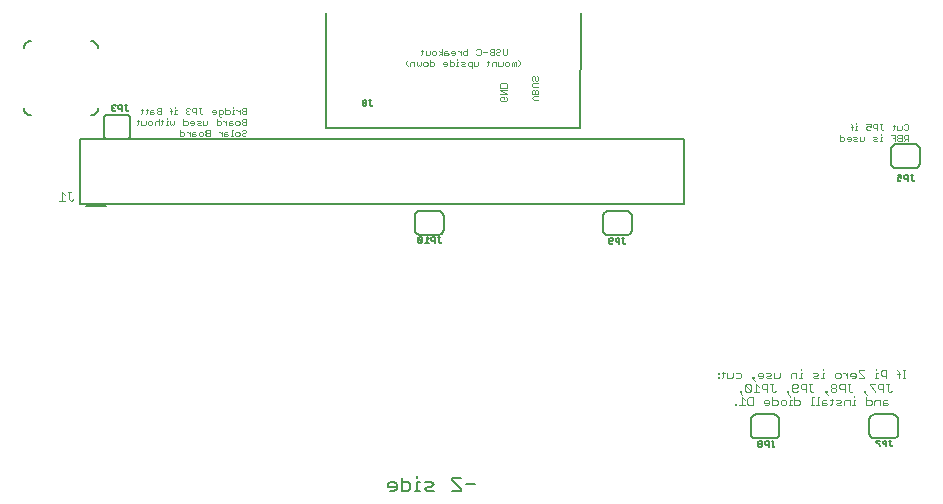
<source format=gbo>
G75*
%MOIN*%
%OFA0B0*%
%FSLAX25Y25*%
%IPPOS*%
%LPD*%
%AMOC8*
5,1,8,0,0,1.08239X$1,22.5*
%
%ADD10C,0.00600*%
%ADD11C,0.00300*%
%ADD12C,0.00800*%
%ADD13C,0.00500*%
%ADD14C,0.00400*%
D10*
X0173359Y0185638D02*
X0174827Y0185638D01*
X0175561Y0186372D01*
X0175561Y0187840D01*
X0174827Y0188573D01*
X0173359Y0188573D01*
X0172625Y0187840D01*
X0172625Y0187106D01*
X0175561Y0187106D01*
X0177229Y0188573D02*
X0179431Y0188573D01*
X0180165Y0187840D01*
X0180165Y0186372D01*
X0179431Y0185638D01*
X0177229Y0185638D01*
X0177229Y0190041D01*
X0182500Y0190041D02*
X0182500Y0190775D01*
X0182500Y0188573D02*
X0182500Y0185638D01*
X0183234Y0185638D02*
X0181766Y0185638D01*
X0182500Y0188573D02*
X0183234Y0188573D01*
X0184902Y0188573D02*
X0187104Y0188573D01*
X0187838Y0187840D01*
X0187104Y0187106D01*
X0185636Y0187106D01*
X0184902Y0186372D01*
X0185636Y0185638D01*
X0187838Y0185638D01*
X0194110Y0185638D02*
X0197046Y0185638D01*
X0197046Y0186372D01*
X0194110Y0189307D01*
X0194110Y0190041D01*
X0197046Y0190041D01*
X0198714Y0187840D02*
X0201650Y0187840D01*
X0085735Y0303128D02*
X0078935Y0303128D01*
X0078875Y0303130D01*
X0078814Y0303135D01*
X0078755Y0303144D01*
X0078696Y0303157D01*
X0078637Y0303173D01*
X0078580Y0303193D01*
X0078525Y0303216D01*
X0078470Y0303243D01*
X0078418Y0303272D01*
X0078367Y0303305D01*
X0078318Y0303341D01*
X0078272Y0303379D01*
X0078228Y0303421D01*
X0078186Y0303465D01*
X0078148Y0303511D01*
X0078112Y0303560D01*
X0078079Y0303611D01*
X0078050Y0303663D01*
X0078023Y0303718D01*
X0078000Y0303773D01*
X0077980Y0303830D01*
X0077964Y0303889D01*
X0077951Y0303948D01*
X0077942Y0304007D01*
X0077937Y0304068D01*
X0077935Y0304128D01*
X0077935Y0310128D01*
X0077937Y0310188D01*
X0077942Y0310249D01*
X0077951Y0310308D01*
X0077964Y0310367D01*
X0077980Y0310426D01*
X0078000Y0310483D01*
X0078023Y0310538D01*
X0078050Y0310593D01*
X0078079Y0310645D01*
X0078112Y0310696D01*
X0078148Y0310745D01*
X0078186Y0310791D01*
X0078228Y0310835D01*
X0078272Y0310877D01*
X0078318Y0310915D01*
X0078367Y0310951D01*
X0078418Y0310984D01*
X0078470Y0311013D01*
X0078525Y0311040D01*
X0078580Y0311063D01*
X0078637Y0311083D01*
X0078696Y0311099D01*
X0078755Y0311112D01*
X0078814Y0311121D01*
X0078875Y0311126D01*
X0078935Y0311128D01*
X0085735Y0311128D01*
X0085795Y0311126D01*
X0085856Y0311121D01*
X0085915Y0311112D01*
X0085974Y0311099D01*
X0086033Y0311083D01*
X0086090Y0311063D01*
X0086145Y0311040D01*
X0086200Y0311013D01*
X0086252Y0310984D01*
X0086303Y0310951D01*
X0086352Y0310915D01*
X0086398Y0310877D01*
X0086442Y0310835D01*
X0086484Y0310791D01*
X0086522Y0310745D01*
X0086558Y0310696D01*
X0086591Y0310645D01*
X0086620Y0310593D01*
X0086647Y0310538D01*
X0086670Y0310483D01*
X0086690Y0310426D01*
X0086706Y0310367D01*
X0086719Y0310308D01*
X0086728Y0310249D01*
X0086733Y0310188D01*
X0086735Y0310128D01*
X0086735Y0304128D01*
X0086733Y0304068D01*
X0086728Y0304007D01*
X0086719Y0303948D01*
X0086706Y0303889D01*
X0086690Y0303830D01*
X0086670Y0303773D01*
X0086647Y0303718D01*
X0086620Y0303663D01*
X0086591Y0303611D01*
X0086558Y0303560D01*
X0086522Y0303511D01*
X0086484Y0303465D01*
X0086442Y0303421D01*
X0086398Y0303379D01*
X0086352Y0303341D01*
X0086303Y0303305D01*
X0086252Y0303272D01*
X0086200Y0303243D01*
X0086145Y0303216D01*
X0086090Y0303193D01*
X0086033Y0303173D01*
X0085974Y0303157D01*
X0085915Y0303144D01*
X0085856Y0303135D01*
X0085795Y0303130D01*
X0085735Y0303128D01*
D11*
X0088958Y0307578D02*
X0089308Y0307928D01*
X0089308Y0309329D01*
X0089658Y0308979D02*
X0088958Y0308979D01*
X0090467Y0308979D02*
X0090467Y0307578D01*
X0091518Y0307578D01*
X0091868Y0307928D01*
X0091868Y0308979D01*
X0092677Y0308629D02*
X0093027Y0308979D01*
X0093728Y0308979D01*
X0094078Y0308629D01*
X0094078Y0307928D01*
X0093728Y0307578D01*
X0093027Y0307578D01*
X0092677Y0307928D01*
X0092677Y0308629D01*
X0094887Y0308629D02*
X0094887Y0307578D01*
X0094887Y0308629D02*
X0095237Y0308979D01*
X0095938Y0308979D01*
X0096288Y0308629D01*
X0097061Y0308979D02*
X0097761Y0308979D01*
X0097411Y0309329D02*
X0097411Y0307928D01*
X0097061Y0307578D01*
X0096288Y0307578D02*
X0096288Y0309679D01*
X0095974Y0311178D02*
X0097025Y0311178D01*
X0097025Y0313279D01*
X0095974Y0313279D01*
X0095623Y0312929D01*
X0095623Y0312579D01*
X0095974Y0312229D01*
X0097025Y0312229D01*
X0095974Y0312229D02*
X0095623Y0311878D01*
X0095623Y0311528D01*
X0095974Y0311178D01*
X0094815Y0311528D02*
X0094464Y0311878D01*
X0093414Y0311878D01*
X0093414Y0312229D02*
X0093414Y0311178D01*
X0094464Y0311178D01*
X0094815Y0311528D01*
X0094464Y0312579D02*
X0093764Y0312579D01*
X0093414Y0312229D01*
X0092605Y0312579D02*
X0091904Y0312579D01*
X0092255Y0312929D02*
X0092255Y0311528D01*
X0091904Y0311178D01*
X0090781Y0311528D02*
X0090431Y0311178D01*
X0090781Y0311528D02*
X0090781Y0312929D01*
X0090431Y0312579D02*
X0091132Y0312579D01*
X0098884Y0310030D02*
X0098884Y0309679D01*
X0098884Y0308979D02*
X0098884Y0307578D01*
X0099234Y0307578D02*
X0098534Y0307578D01*
X0098884Y0308979D02*
X0099234Y0308979D01*
X0100043Y0308979D02*
X0100043Y0307928D01*
X0100393Y0307578D01*
X0100744Y0307928D01*
X0101094Y0307578D01*
X0101444Y0307928D01*
X0101444Y0308979D01*
X0101480Y0311178D02*
X0102181Y0311178D01*
X0101831Y0311178D02*
X0101831Y0312579D01*
X0102181Y0312579D01*
X0101831Y0313279D02*
X0101831Y0313630D01*
X0100357Y0312929D02*
X0100357Y0311178D01*
X0100007Y0312229D02*
X0100708Y0312229D01*
X0100357Y0312929D02*
X0100007Y0313279D01*
X0104463Y0309679D02*
X0104463Y0307578D01*
X0105514Y0307578D01*
X0105864Y0307928D01*
X0105864Y0308629D01*
X0105514Y0308979D01*
X0104463Y0308979D01*
X0106673Y0308629D02*
X0106673Y0308278D01*
X0108074Y0308278D01*
X0108074Y0307928D02*
X0108074Y0308629D01*
X0107724Y0308979D01*
X0107023Y0308979D01*
X0106673Y0308629D01*
X0107023Y0307578D02*
X0107724Y0307578D01*
X0108074Y0307928D01*
X0108883Y0307928D02*
X0109233Y0307578D01*
X0110284Y0307578D01*
X0109934Y0308278D02*
X0110284Y0308629D01*
X0109934Y0308979D01*
X0108883Y0308979D01*
X0109233Y0308278D02*
X0109934Y0308278D01*
X0109233Y0308278D02*
X0108883Y0307928D01*
X0111093Y0307578D02*
X0111093Y0308979D01*
X0112494Y0308979D02*
X0112494Y0307928D01*
X0112143Y0307578D01*
X0111093Y0307578D01*
X0112180Y0306079D02*
X0111829Y0305729D01*
X0111829Y0305379D01*
X0112180Y0305029D01*
X0113230Y0305029D01*
X0113230Y0306079D02*
X0112180Y0306079D01*
X0113230Y0306079D02*
X0113230Y0303978D01*
X0112180Y0303978D01*
X0111829Y0304328D01*
X0111829Y0304678D01*
X0112180Y0305029D01*
X0111021Y0305029D02*
X0111021Y0304328D01*
X0110670Y0303978D01*
X0109970Y0303978D01*
X0109619Y0304328D01*
X0109619Y0305029D01*
X0109970Y0305379D01*
X0110670Y0305379D01*
X0111021Y0305029D01*
X0108811Y0304328D02*
X0108460Y0304678D01*
X0107409Y0304678D01*
X0107409Y0305029D02*
X0107409Y0303978D01*
X0108460Y0303978D01*
X0108811Y0304328D01*
X0108460Y0305379D02*
X0107760Y0305379D01*
X0107409Y0305029D01*
X0106601Y0305379D02*
X0106601Y0303978D01*
X0106601Y0304678D02*
X0105900Y0305379D01*
X0105550Y0305379D01*
X0104759Y0305029D02*
X0104409Y0305379D01*
X0103358Y0305379D01*
X0103358Y0306079D02*
X0103358Y0303978D01*
X0104409Y0303978D01*
X0104759Y0304328D01*
X0104759Y0305029D01*
X0105550Y0311178D02*
X0106250Y0311178D01*
X0106601Y0311528D01*
X0105900Y0312229D02*
X0105550Y0312229D01*
X0105200Y0311878D01*
X0105200Y0311528D01*
X0105550Y0311178D01*
X0105550Y0312229D02*
X0105200Y0312579D01*
X0105200Y0312929D01*
X0105550Y0313279D01*
X0106250Y0313279D01*
X0106601Y0312929D01*
X0107409Y0312929D02*
X0107409Y0312229D01*
X0107760Y0311878D01*
X0108811Y0311878D01*
X0108811Y0311178D02*
X0108811Y0313279D01*
X0107760Y0313279D01*
X0107409Y0312929D01*
X0109619Y0313279D02*
X0110320Y0313279D01*
X0109970Y0313279D02*
X0109970Y0311528D01*
X0110320Y0311178D01*
X0110670Y0311178D01*
X0111021Y0311528D01*
X0114039Y0311878D02*
X0115440Y0311878D01*
X0115440Y0311528D02*
X0115440Y0312229D01*
X0115090Y0312579D01*
X0114389Y0312579D01*
X0114039Y0312229D01*
X0114039Y0311878D01*
X0114389Y0311178D02*
X0115090Y0311178D01*
X0115440Y0311528D01*
X0116249Y0311178D02*
X0117300Y0311178D01*
X0117650Y0311528D01*
X0117650Y0312229D01*
X0117300Y0312579D01*
X0116249Y0312579D01*
X0116249Y0310827D01*
X0116599Y0310477D01*
X0116950Y0310477D01*
X0116563Y0308979D02*
X0115512Y0308979D01*
X0115512Y0309679D02*
X0115512Y0307578D01*
X0116563Y0307578D01*
X0116914Y0307928D01*
X0116914Y0308629D01*
X0116563Y0308979D01*
X0117704Y0308979D02*
X0118055Y0308979D01*
X0118755Y0308278D01*
X0118755Y0307578D02*
X0118755Y0308979D01*
X0119564Y0308629D02*
X0119564Y0307578D01*
X0120615Y0307578D01*
X0120965Y0307928D01*
X0120615Y0308278D01*
X0119564Y0308278D01*
X0119564Y0308629D02*
X0119914Y0308979D01*
X0120615Y0308979D01*
X0121774Y0308629D02*
X0122124Y0308979D01*
X0122825Y0308979D01*
X0123175Y0308629D01*
X0123175Y0307928D01*
X0122825Y0307578D01*
X0122124Y0307578D01*
X0121774Y0307928D01*
X0121774Y0308629D01*
X0123984Y0308979D02*
X0124334Y0308629D01*
X0125385Y0308629D01*
X0125385Y0309679D02*
X0124334Y0309679D01*
X0123984Y0309329D01*
X0123984Y0308979D01*
X0124334Y0308629D02*
X0123984Y0308278D01*
X0123984Y0307928D01*
X0124334Y0307578D01*
X0125385Y0307578D01*
X0125385Y0309679D01*
X0125385Y0311178D02*
X0124334Y0311178D01*
X0123984Y0311528D01*
X0123984Y0311878D01*
X0124334Y0312229D01*
X0125385Y0312229D01*
X0125385Y0313279D02*
X0124334Y0313279D01*
X0123984Y0312929D01*
X0123984Y0312579D01*
X0124334Y0312229D01*
X0123175Y0312579D02*
X0123175Y0311178D01*
X0123175Y0311878D02*
X0122474Y0312579D01*
X0122124Y0312579D01*
X0121333Y0312579D02*
X0120983Y0312579D01*
X0120983Y0311178D01*
X0121333Y0311178D02*
X0120633Y0311178D01*
X0119860Y0311528D02*
X0119860Y0312229D01*
X0119510Y0312579D01*
X0118459Y0312579D01*
X0118459Y0313279D02*
X0118459Y0311178D01*
X0119510Y0311178D01*
X0119860Y0311528D01*
X0120983Y0313279D02*
X0120983Y0313630D01*
X0125385Y0313279D02*
X0125385Y0311178D01*
X0125034Y0306079D02*
X0125385Y0305729D01*
X0125385Y0305379D01*
X0125034Y0305029D01*
X0124334Y0305029D01*
X0123984Y0304678D01*
X0123984Y0304328D01*
X0124334Y0303978D01*
X0125034Y0303978D01*
X0125385Y0304328D01*
X0125034Y0306079D02*
X0124334Y0306079D01*
X0123984Y0305729D01*
X0123175Y0305029D02*
X0123175Y0304328D01*
X0122825Y0303978D01*
X0122124Y0303978D01*
X0121774Y0304328D01*
X0121774Y0305029D01*
X0122124Y0305379D01*
X0122825Y0305379D01*
X0123175Y0305029D01*
X0120965Y0306079D02*
X0120615Y0306079D01*
X0120615Y0303978D01*
X0120965Y0303978D02*
X0120264Y0303978D01*
X0119492Y0304328D02*
X0119141Y0304678D01*
X0118091Y0304678D01*
X0118091Y0305029D02*
X0118091Y0303978D01*
X0119141Y0303978D01*
X0119492Y0304328D01*
X0119141Y0305379D02*
X0118441Y0305379D01*
X0118091Y0305029D01*
X0117282Y0305379D02*
X0117282Y0303978D01*
X0117282Y0304678D02*
X0116581Y0305379D01*
X0116231Y0305379D01*
X0178516Y0327978D02*
X0178516Y0328679D01*
X0179217Y0329379D01*
X0180025Y0328329D02*
X0180025Y0327278D01*
X0179217Y0327278D02*
X0178516Y0327978D01*
X0180025Y0328329D02*
X0180376Y0328679D01*
X0181427Y0328679D01*
X0181427Y0327278D01*
X0182235Y0327628D02*
X0182235Y0328679D01*
X0182235Y0327628D02*
X0182586Y0327278D01*
X0182936Y0327628D01*
X0183286Y0327278D01*
X0183637Y0327628D01*
X0183637Y0328679D01*
X0184445Y0328329D02*
X0184796Y0328679D01*
X0185496Y0328679D01*
X0185846Y0328329D01*
X0185846Y0327628D01*
X0185496Y0327278D01*
X0184796Y0327278D01*
X0184445Y0327628D01*
X0184445Y0328329D01*
X0186655Y0328679D02*
X0187706Y0328679D01*
X0188056Y0328329D01*
X0188056Y0327628D01*
X0187706Y0327278D01*
X0186655Y0327278D01*
X0186655Y0329379D01*
X0186233Y0330878D02*
X0185182Y0330878D01*
X0185182Y0332279D01*
X0184373Y0332279D02*
X0183673Y0332279D01*
X0184023Y0332629D02*
X0184023Y0331228D01*
X0183673Y0330878D01*
X0186233Y0330878D02*
X0186583Y0331228D01*
X0186583Y0332279D01*
X0187392Y0331929D02*
X0187742Y0332279D01*
X0188443Y0332279D01*
X0188793Y0331929D01*
X0188793Y0331228D01*
X0188443Y0330878D01*
X0187742Y0330878D01*
X0187392Y0331228D01*
X0187392Y0331929D01*
X0189584Y0332279D02*
X0190634Y0331578D01*
X0189584Y0330878D01*
X0190634Y0330878D02*
X0190634Y0332979D01*
X0191443Y0331929D02*
X0191443Y0330878D01*
X0192494Y0330878D01*
X0192844Y0331228D01*
X0192494Y0331578D01*
X0191443Y0331578D01*
X0191443Y0331929D02*
X0191793Y0332279D01*
X0192494Y0332279D01*
X0193653Y0331929D02*
X0193653Y0331578D01*
X0195054Y0331578D01*
X0195054Y0331228D02*
X0195054Y0331929D01*
X0194704Y0332279D01*
X0194003Y0332279D01*
X0193653Y0331929D01*
X0194003Y0330878D02*
X0194704Y0330878D01*
X0195054Y0331228D01*
X0195845Y0332279D02*
X0196195Y0332279D01*
X0196896Y0331578D01*
X0196896Y0330878D02*
X0196896Y0332279D01*
X0197705Y0331929D02*
X0198055Y0332279D01*
X0199106Y0332279D01*
X0199106Y0332979D02*
X0199106Y0330878D01*
X0198055Y0330878D01*
X0197705Y0331228D01*
X0197705Y0331929D01*
X0195809Y0329730D02*
X0195809Y0329379D01*
X0195809Y0328679D02*
X0195809Y0327278D01*
X0196159Y0327278D02*
X0195459Y0327278D01*
X0194686Y0327628D02*
X0194686Y0328329D01*
X0194336Y0328679D01*
X0193285Y0328679D01*
X0193285Y0329379D02*
X0193285Y0327278D01*
X0194336Y0327278D01*
X0194686Y0327628D01*
X0195809Y0328679D02*
X0196159Y0328679D01*
X0196968Y0328679D02*
X0198019Y0328679D01*
X0198369Y0328329D01*
X0198019Y0327978D01*
X0197318Y0327978D01*
X0196968Y0327628D01*
X0197318Y0327278D01*
X0198369Y0327278D01*
X0199178Y0327628D02*
X0199528Y0327278D01*
X0200579Y0327278D01*
X0200579Y0326577D02*
X0200579Y0328679D01*
X0199528Y0328679D01*
X0199178Y0328329D01*
X0199178Y0327628D01*
X0201388Y0327278D02*
X0201388Y0328679D01*
X0202789Y0328679D02*
X0202789Y0327628D01*
X0202439Y0327278D01*
X0201388Y0327278D01*
X0202475Y0330878D02*
X0202124Y0331228D01*
X0202475Y0330878D02*
X0203175Y0330878D01*
X0203525Y0331228D01*
X0203525Y0332629D01*
X0203175Y0332979D01*
X0202475Y0332979D01*
X0202124Y0332629D01*
X0204334Y0331929D02*
X0205735Y0331929D01*
X0206544Y0332279D02*
X0206894Y0331929D01*
X0207945Y0331929D01*
X0208754Y0331578D02*
X0208754Y0331228D01*
X0209104Y0330878D01*
X0209805Y0330878D01*
X0210155Y0331228D01*
X0209805Y0331929D02*
X0209104Y0331929D01*
X0208754Y0331578D01*
X0208754Y0332629D02*
X0209104Y0332979D01*
X0209805Y0332979D01*
X0210155Y0332629D01*
X0210155Y0332279D01*
X0209805Y0331929D01*
X0210964Y0331228D02*
X0210964Y0332979D01*
X0212365Y0332979D02*
X0212365Y0331228D01*
X0212015Y0330878D01*
X0211314Y0330878D01*
X0210964Y0331228D01*
X0210892Y0328679D02*
X0210892Y0327628D01*
X0210541Y0327278D01*
X0209491Y0327278D01*
X0209491Y0328679D01*
X0208682Y0328679D02*
X0207631Y0328679D01*
X0207281Y0328329D01*
X0207281Y0327278D01*
X0206122Y0327628D02*
X0205771Y0327278D01*
X0206122Y0327628D02*
X0206122Y0329029D01*
X0206472Y0328679D02*
X0205771Y0328679D01*
X0206894Y0330878D02*
X0207945Y0330878D01*
X0207945Y0332979D01*
X0206894Y0332979D01*
X0206544Y0332629D01*
X0206544Y0332279D01*
X0206894Y0331929D02*
X0206544Y0331578D01*
X0206544Y0331228D01*
X0206894Y0330878D01*
X0208682Y0328679D02*
X0208682Y0327278D01*
X0211700Y0327628D02*
X0211700Y0328329D01*
X0212051Y0328679D01*
X0212751Y0328679D01*
X0213102Y0328329D01*
X0213102Y0327628D01*
X0212751Y0327278D01*
X0212051Y0327278D01*
X0211700Y0327628D01*
X0213910Y0327278D02*
X0213910Y0328329D01*
X0214261Y0328679D01*
X0214611Y0328329D01*
X0214611Y0327278D01*
X0215311Y0327278D02*
X0215311Y0328679D01*
X0214961Y0328679D01*
X0214611Y0328329D01*
X0216084Y0329379D02*
X0216785Y0328679D01*
X0216785Y0327978D01*
X0216084Y0327278D01*
X0220725Y0323523D02*
X0220725Y0322823D01*
X0221075Y0322472D01*
X0221776Y0322823D02*
X0221776Y0323523D01*
X0221425Y0323873D01*
X0221075Y0323873D01*
X0220725Y0323523D01*
X0221776Y0322823D02*
X0222126Y0322472D01*
X0222476Y0322472D01*
X0222827Y0322823D01*
X0222827Y0323523D01*
X0222476Y0323873D01*
X0222827Y0321664D02*
X0221075Y0321664D01*
X0220725Y0321313D01*
X0220725Y0320613D01*
X0221075Y0320262D01*
X0222827Y0320262D01*
X0222476Y0319454D02*
X0222126Y0319454D01*
X0221776Y0319103D01*
X0221776Y0318053D01*
X0221425Y0317244D02*
X0222827Y0317244D01*
X0222827Y0318053D02*
X0222827Y0319103D01*
X0222476Y0319454D01*
X0221776Y0319103D02*
X0221425Y0319454D01*
X0221075Y0319454D01*
X0220725Y0319103D01*
X0220725Y0318053D01*
X0222827Y0318053D01*
X0221425Y0317244D02*
X0220725Y0316543D01*
X0221425Y0315843D01*
X0222827Y0315843D01*
X0212227Y0316093D02*
X0211876Y0315743D01*
X0210475Y0315743D01*
X0210125Y0316093D01*
X0210125Y0316794D01*
X0210475Y0317144D01*
X0211176Y0317144D01*
X0211176Y0316443D01*
X0211876Y0317144D02*
X0212227Y0316794D01*
X0212227Y0316093D01*
X0212227Y0317953D02*
X0210125Y0319354D01*
X0212227Y0319354D01*
X0212227Y0320162D02*
X0212227Y0321213D01*
X0211876Y0321564D01*
X0210475Y0321564D01*
X0210125Y0321213D01*
X0210125Y0320162D01*
X0212227Y0320162D01*
X0212227Y0317953D02*
X0210125Y0317953D01*
X0192476Y0327628D02*
X0192476Y0328329D01*
X0192126Y0328679D01*
X0191425Y0328679D01*
X0191075Y0328329D01*
X0191075Y0327978D01*
X0192476Y0327978D01*
X0192476Y0327628D02*
X0192126Y0327278D01*
X0191425Y0327278D01*
X0282549Y0224979D02*
X0282549Y0224529D01*
X0282999Y0224529D01*
X0282999Y0224979D01*
X0282549Y0224979D01*
X0282549Y0223628D02*
X0282549Y0223178D01*
X0282999Y0223178D01*
X0282999Y0223628D01*
X0282549Y0223628D01*
X0283940Y0223178D02*
X0284390Y0223628D01*
X0284390Y0225430D01*
X0284841Y0224979D02*
X0283940Y0224979D01*
X0285801Y0224979D02*
X0285801Y0223178D01*
X0287152Y0223178D01*
X0287603Y0223628D01*
X0287603Y0224979D01*
X0288564Y0224979D02*
X0289915Y0224979D01*
X0290365Y0224529D01*
X0290365Y0223628D01*
X0289915Y0223178D01*
X0288564Y0223178D01*
X0291786Y0220930D02*
X0293588Y0219128D01*
X0293138Y0218678D01*
X0292237Y0218678D01*
X0291786Y0219128D01*
X0291786Y0220930D01*
X0292237Y0221380D01*
X0293138Y0221380D01*
X0293588Y0220930D01*
X0293588Y0219128D01*
X0294549Y0218678D02*
X0296350Y0218678D01*
X0295450Y0218678D02*
X0295450Y0221380D01*
X0296350Y0220479D01*
X0297311Y0220029D02*
X0297762Y0219578D01*
X0299113Y0219578D01*
X0299113Y0218678D02*
X0299113Y0221380D01*
X0297762Y0221380D01*
X0297311Y0220930D01*
X0297311Y0220029D01*
X0300073Y0221380D02*
X0300974Y0221380D01*
X0300524Y0221380D02*
X0300524Y0219128D01*
X0300974Y0218678D01*
X0301425Y0218678D01*
X0301875Y0219128D01*
X0300764Y0216880D02*
X0300764Y0214178D01*
X0302115Y0214178D01*
X0302566Y0214628D01*
X0302566Y0215529D01*
X0302115Y0215979D01*
X0300764Y0215979D01*
X0299803Y0215529D02*
X0299803Y0214628D01*
X0299353Y0214178D01*
X0298452Y0214178D01*
X0298002Y0215078D02*
X0299803Y0215078D01*
X0299803Y0215529D02*
X0299353Y0215979D01*
X0298452Y0215979D01*
X0298002Y0215529D01*
X0298002Y0215078D01*
X0294279Y0214178D02*
X0294279Y0216880D01*
X0292927Y0216880D01*
X0292477Y0216430D01*
X0292477Y0214628D01*
X0292927Y0214178D01*
X0294279Y0214178D01*
X0291516Y0214178D02*
X0289715Y0214178D01*
X0290615Y0214178D02*
X0290615Y0216880D01*
X0291516Y0215979D01*
X0290826Y0217777D02*
X0289925Y0218678D01*
X0290375Y0218678D01*
X0290375Y0219128D01*
X0289925Y0219128D01*
X0289925Y0218678D01*
X0288754Y0214628D02*
X0288303Y0214628D01*
X0288303Y0214178D01*
X0288754Y0214178D01*
X0288754Y0214628D01*
X0294969Y0222277D02*
X0294068Y0223178D01*
X0294519Y0223178D01*
X0294519Y0223628D01*
X0294068Y0223628D01*
X0294068Y0223178D01*
X0295930Y0224078D02*
X0297731Y0224078D01*
X0297731Y0223628D02*
X0297731Y0224529D01*
X0297281Y0224979D01*
X0296380Y0224979D01*
X0295930Y0224529D01*
X0295930Y0224078D01*
X0296380Y0223178D02*
X0297281Y0223178D01*
X0297731Y0223628D01*
X0298692Y0223628D02*
X0299143Y0224078D01*
X0300043Y0224078D01*
X0300494Y0224529D01*
X0300043Y0224979D01*
X0298692Y0224979D01*
X0298692Y0223628D02*
X0299143Y0223178D01*
X0300494Y0223178D01*
X0301455Y0223178D02*
X0301455Y0224979D01*
X0303256Y0224979D02*
X0303256Y0223628D01*
X0302806Y0223178D01*
X0301455Y0223178D01*
X0306979Y0223178D02*
X0306979Y0224529D01*
X0307430Y0224979D01*
X0308781Y0224979D01*
X0308781Y0223178D01*
X0309722Y0223178D02*
X0310622Y0223178D01*
X0310172Y0223178D02*
X0310172Y0224979D01*
X0310622Y0224979D01*
X0310172Y0225880D02*
X0310172Y0226330D01*
X0314346Y0224979D02*
X0315697Y0224979D01*
X0316147Y0224529D01*
X0315697Y0224078D01*
X0314796Y0224078D01*
X0314346Y0223628D01*
X0314796Y0223178D01*
X0316147Y0223178D01*
X0317088Y0223178D02*
X0317989Y0223178D01*
X0317538Y0223178D02*
X0317538Y0224979D01*
X0317989Y0224979D01*
X0317538Y0225880D02*
X0317538Y0226330D01*
X0321712Y0224529D02*
X0322162Y0224979D01*
X0323063Y0224979D01*
X0323513Y0224529D01*
X0323513Y0223628D01*
X0323063Y0223178D01*
X0322162Y0223178D01*
X0321712Y0223628D01*
X0321712Y0224529D01*
X0324464Y0224979D02*
X0324915Y0224979D01*
X0325815Y0224078D01*
X0325815Y0223178D02*
X0325815Y0224979D01*
X0326776Y0224529D02*
X0326776Y0224078D01*
X0328578Y0224078D01*
X0328578Y0223628D02*
X0328578Y0224529D01*
X0328127Y0224979D01*
X0327227Y0224979D01*
X0326776Y0224529D01*
X0327227Y0223178D02*
X0328127Y0223178D01*
X0328578Y0223628D01*
X0329539Y0223178D02*
X0331340Y0223178D01*
X0331340Y0223628D01*
X0329539Y0225430D01*
X0329539Y0225880D01*
X0331340Y0225880D01*
X0335494Y0225880D02*
X0335494Y0226330D01*
X0335494Y0224979D02*
X0335494Y0223178D01*
X0335944Y0223178D02*
X0335043Y0223178D01*
X0335023Y0221380D02*
X0333222Y0221380D01*
X0333222Y0220930D01*
X0335023Y0219128D01*
X0335023Y0218678D01*
X0335984Y0220029D02*
X0336434Y0219578D01*
X0337786Y0219578D01*
X0337786Y0218678D02*
X0337786Y0221380D01*
X0336434Y0221380D01*
X0335984Y0220930D01*
X0335984Y0220029D01*
X0338746Y0221380D02*
X0339647Y0221380D01*
X0339197Y0221380D02*
X0339197Y0219128D01*
X0339647Y0218678D01*
X0340098Y0218678D01*
X0340548Y0219128D01*
X0338947Y0215979D02*
X0338046Y0215979D01*
X0337595Y0215529D01*
X0337595Y0214178D01*
X0338947Y0214178D01*
X0339397Y0214628D01*
X0338947Y0215078D01*
X0337595Y0215078D01*
X0336635Y0214178D02*
X0336635Y0215979D01*
X0335283Y0215979D01*
X0334833Y0215529D01*
X0334833Y0214178D01*
X0333872Y0214628D02*
X0333872Y0215529D01*
X0333422Y0215979D01*
X0332071Y0215979D01*
X0332071Y0216880D02*
X0332071Y0214178D01*
X0333422Y0214178D01*
X0333872Y0214628D01*
X0332261Y0217777D02*
X0331360Y0218678D01*
X0331811Y0218678D01*
X0331811Y0219128D01*
X0331360Y0219128D01*
X0331360Y0218678D01*
X0327897Y0217330D02*
X0327897Y0216880D01*
X0327897Y0215979D02*
X0327897Y0214178D01*
X0327447Y0214178D02*
X0328348Y0214178D01*
X0328348Y0215979D02*
X0327897Y0215979D01*
X0326506Y0215979D02*
X0325155Y0215979D01*
X0324704Y0215529D01*
X0324704Y0214178D01*
X0323744Y0214178D02*
X0322392Y0214178D01*
X0321942Y0214628D01*
X0322392Y0215078D01*
X0323293Y0215078D01*
X0323744Y0215529D01*
X0323293Y0215979D01*
X0321942Y0215979D01*
X0320981Y0215979D02*
X0320081Y0215979D01*
X0320531Y0216430D02*
X0320531Y0214628D01*
X0320081Y0214178D01*
X0319140Y0214628D02*
X0318689Y0215078D01*
X0317338Y0215078D01*
X0317338Y0215529D02*
X0317338Y0214178D01*
X0318689Y0214178D01*
X0319140Y0214628D01*
X0318689Y0215979D02*
X0317789Y0215979D01*
X0317338Y0215529D01*
X0316377Y0216880D02*
X0315927Y0216880D01*
X0315927Y0214178D01*
X0316377Y0214178D02*
X0315477Y0214178D01*
X0314536Y0214178D02*
X0313635Y0214178D01*
X0314085Y0214178D02*
X0314085Y0216880D01*
X0314536Y0216880D01*
X0314316Y0218678D02*
X0313865Y0218678D01*
X0313415Y0219128D01*
X0313415Y0221380D01*
X0313865Y0221380D02*
X0312964Y0221380D01*
X0312004Y0221380D02*
X0310652Y0221380D01*
X0310202Y0220930D01*
X0310202Y0220029D01*
X0310652Y0219578D01*
X0312004Y0219578D01*
X0312004Y0218678D02*
X0312004Y0221380D01*
X0309241Y0220930D02*
X0309241Y0220479D01*
X0308791Y0220029D01*
X0307440Y0220029D01*
X0307440Y0220930D02*
X0307890Y0221380D01*
X0308791Y0221380D01*
X0309241Y0220930D01*
X0307440Y0220930D02*
X0307440Y0219128D01*
X0307890Y0218678D01*
X0308791Y0218678D01*
X0309241Y0219128D01*
X0308130Y0216880D02*
X0308130Y0214178D01*
X0309481Y0214178D01*
X0309932Y0214628D01*
X0309932Y0215529D01*
X0309481Y0215979D01*
X0308130Y0215979D01*
X0307170Y0215979D02*
X0306719Y0215979D01*
X0306719Y0214178D01*
X0306269Y0214178D02*
X0307170Y0214178D01*
X0305328Y0214628D02*
X0304878Y0214178D01*
X0303977Y0214178D01*
X0303526Y0214628D01*
X0303526Y0215529D01*
X0303977Y0215979D01*
X0304878Y0215979D01*
X0305328Y0215529D01*
X0305328Y0214628D01*
X0306719Y0216880D02*
X0306719Y0217330D01*
X0306479Y0217777D02*
X0305578Y0218678D01*
X0306029Y0218678D01*
X0306029Y0219128D01*
X0305578Y0219128D01*
X0305578Y0218678D01*
X0314316Y0218678D02*
X0314766Y0219128D01*
X0318469Y0219128D02*
X0318920Y0219128D01*
X0318920Y0218678D01*
X0318469Y0218678D01*
X0318469Y0219128D01*
X0318469Y0218678D02*
X0319370Y0217777D01*
X0320331Y0219128D02*
X0320781Y0218678D01*
X0321682Y0218678D01*
X0322132Y0219128D01*
X0322132Y0219578D01*
X0321682Y0220029D01*
X0320781Y0220029D01*
X0320331Y0219578D01*
X0320331Y0219128D01*
X0320781Y0220029D02*
X0320331Y0220479D01*
X0320331Y0220930D01*
X0320781Y0221380D01*
X0321682Y0221380D01*
X0322132Y0220930D01*
X0322132Y0220479D01*
X0321682Y0220029D01*
X0323093Y0220029D02*
X0323543Y0219578D01*
X0324895Y0219578D01*
X0324895Y0218678D02*
X0324895Y0221380D01*
X0323543Y0221380D01*
X0323093Y0220930D01*
X0323093Y0220029D01*
X0325855Y0221380D02*
X0326756Y0221380D01*
X0326306Y0221380D02*
X0326306Y0219128D01*
X0326756Y0218678D01*
X0327207Y0218678D01*
X0327657Y0219128D01*
X0326506Y0215979D02*
X0326506Y0214178D01*
X0335494Y0224979D02*
X0335944Y0224979D01*
X0336905Y0224529D02*
X0337355Y0224078D01*
X0338706Y0224078D01*
X0338706Y0223178D02*
X0338706Y0225880D01*
X0337355Y0225880D01*
X0336905Y0225430D01*
X0336905Y0224529D01*
X0342410Y0224529D02*
X0343310Y0224529D01*
X0342860Y0225430D02*
X0342410Y0225880D01*
X0342860Y0225430D02*
X0342860Y0223178D01*
X0344251Y0223178D02*
X0345152Y0223178D01*
X0344702Y0223178D02*
X0344702Y0225880D01*
X0345152Y0225880D02*
X0344251Y0225880D01*
X0343875Y0302378D02*
X0342824Y0302378D01*
X0342474Y0302728D01*
X0342474Y0303078D01*
X0342824Y0303429D01*
X0343875Y0303429D01*
X0344684Y0303429D02*
X0345034Y0303078D01*
X0346085Y0303078D01*
X0346085Y0302378D02*
X0346085Y0304479D01*
X0345034Y0304479D01*
X0344684Y0304129D01*
X0344684Y0303429D01*
X0345384Y0303078D02*
X0344684Y0302378D01*
X0343875Y0302378D02*
X0343875Y0304479D01*
X0342824Y0304479D01*
X0342474Y0304129D01*
X0342474Y0303779D01*
X0342824Y0303429D01*
X0341665Y0303429D02*
X0340964Y0303429D01*
X0340264Y0304479D02*
X0341665Y0304479D01*
X0341665Y0302378D01*
X0340964Y0305978D02*
X0341315Y0306328D01*
X0341315Y0307729D01*
X0341665Y0307379D02*
X0340964Y0307379D01*
X0342474Y0307379D02*
X0342474Y0305978D01*
X0343525Y0305978D01*
X0343875Y0306328D01*
X0343875Y0307379D01*
X0344684Y0307729D02*
X0345034Y0308079D01*
X0345734Y0308079D01*
X0346085Y0307729D01*
X0346085Y0306328D01*
X0345734Y0305978D01*
X0345034Y0305978D01*
X0344684Y0306328D01*
X0337982Y0306328D02*
X0337632Y0305978D01*
X0337281Y0305978D01*
X0336931Y0306328D01*
X0336931Y0308079D01*
X0337281Y0308079D02*
X0336581Y0308079D01*
X0335772Y0308079D02*
X0334721Y0308079D01*
X0334371Y0307729D01*
X0334371Y0307029D01*
X0334721Y0306678D01*
X0335772Y0306678D01*
X0335772Y0305978D02*
X0335772Y0308079D01*
X0333562Y0308079D02*
X0333562Y0307029D01*
X0332862Y0307379D01*
X0332511Y0307379D01*
X0332161Y0307029D01*
X0332161Y0306328D01*
X0332511Y0305978D01*
X0333212Y0305978D01*
X0333562Y0306328D01*
X0333562Y0308079D02*
X0332161Y0308079D01*
X0329142Y0307379D02*
X0328792Y0307379D01*
X0328792Y0305978D01*
X0329142Y0305978D02*
X0328442Y0305978D01*
X0327319Y0305978D02*
X0327319Y0307729D01*
X0326968Y0308079D01*
X0326968Y0307029D02*
X0327669Y0307029D01*
X0328792Y0308079D02*
X0328792Y0308430D01*
X0323321Y0304479D02*
X0323321Y0302378D01*
X0324372Y0302378D01*
X0324723Y0302728D01*
X0324723Y0303429D01*
X0324372Y0303779D01*
X0323321Y0303779D01*
X0325531Y0303429D02*
X0325531Y0303078D01*
X0326932Y0303078D01*
X0326932Y0302728D02*
X0326932Y0303429D01*
X0326582Y0303779D01*
X0325882Y0303779D01*
X0325531Y0303429D01*
X0325882Y0302378D02*
X0326582Y0302378D01*
X0326932Y0302728D01*
X0327741Y0302728D02*
X0328091Y0303078D01*
X0328792Y0303078D01*
X0329142Y0303429D01*
X0328792Y0303779D01*
X0327741Y0303779D01*
X0327741Y0302728D02*
X0328091Y0302378D01*
X0329142Y0302378D01*
X0329951Y0302378D02*
X0329951Y0303779D01*
X0331352Y0303779D02*
X0331352Y0302728D01*
X0331002Y0302378D01*
X0329951Y0302378D01*
X0334371Y0302728D02*
X0334721Y0303078D01*
X0335422Y0303078D01*
X0335772Y0303429D01*
X0335422Y0303779D01*
X0334371Y0303779D01*
X0334371Y0302728D02*
X0334721Y0302378D01*
X0335772Y0302378D01*
X0336545Y0302378D02*
X0337245Y0302378D01*
X0336895Y0302378D02*
X0336895Y0303779D01*
X0337245Y0303779D01*
X0336895Y0304479D02*
X0336895Y0304830D01*
D12*
X0342135Y0301328D02*
X0348135Y0301328D01*
X0348218Y0301326D01*
X0348301Y0301320D01*
X0348384Y0301311D01*
X0348466Y0301297D01*
X0348547Y0301280D01*
X0348628Y0301259D01*
X0348707Y0301235D01*
X0348785Y0301206D01*
X0348862Y0301175D01*
X0348937Y0301139D01*
X0349011Y0301101D01*
X0349083Y0301058D01*
X0349152Y0301013D01*
X0349220Y0300964D01*
X0349285Y0300913D01*
X0349348Y0300858D01*
X0349408Y0300801D01*
X0349465Y0300741D01*
X0349520Y0300678D01*
X0349571Y0300613D01*
X0349620Y0300545D01*
X0349665Y0300476D01*
X0349708Y0300404D01*
X0349746Y0300330D01*
X0349782Y0300255D01*
X0349813Y0300178D01*
X0349842Y0300100D01*
X0349866Y0300021D01*
X0349887Y0299940D01*
X0349904Y0299859D01*
X0349918Y0299777D01*
X0349927Y0299694D01*
X0349933Y0299611D01*
X0349935Y0299528D01*
X0349935Y0295128D01*
X0349933Y0295045D01*
X0349927Y0294962D01*
X0349918Y0294879D01*
X0349904Y0294797D01*
X0349887Y0294716D01*
X0349866Y0294635D01*
X0349842Y0294556D01*
X0349813Y0294478D01*
X0349782Y0294401D01*
X0349746Y0294326D01*
X0349708Y0294252D01*
X0349665Y0294180D01*
X0349620Y0294111D01*
X0349571Y0294043D01*
X0349520Y0293978D01*
X0349465Y0293915D01*
X0349408Y0293855D01*
X0349348Y0293798D01*
X0349285Y0293743D01*
X0349220Y0293692D01*
X0349152Y0293643D01*
X0349083Y0293598D01*
X0349011Y0293555D01*
X0348937Y0293517D01*
X0348862Y0293481D01*
X0348785Y0293450D01*
X0348707Y0293421D01*
X0348628Y0293397D01*
X0348547Y0293376D01*
X0348466Y0293359D01*
X0348384Y0293345D01*
X0348301Y0293336D01*
X0348218Y0293330D01*
X0348135Y0293328D01*
X0342135Y0293328D01*
X0342052Y0293330D01*
X0341969Y0293336D01*
X0341886Y0293345D01*
X0341804Y0293359D01*
X0341723Y0293376D01*
X0341642Y0293397D01*
X0341563Y0293421D01*
X0341485Y0293450D01*
X0341408Y0293481D01*
X0341333Y0293517D01*
X0341259Y0293555D01*
X0341187Y0293598D01*
X0341118Y0293643D01*
X0341050Y0293692D01*
X0340985Y0293743D01*
X0340922Y0293798D01*
X0340862Y0293855D01*
X0340805Y0293915D01*
X0340750Y0293978D01*
X0340699Y0294043D01*
X0340650Y0294111D01*
X0340605Y0294180D01*
X0340562Y0294252D01*
X0340524Y0294326D01*
X0340488Y0294401D01*
X0340457Y0294478D01*
X0340428Y0294556D01*
X0340404Y0294635D01*
X0340383Y0294716D01*
X0340366Y0294797D01*
X0340352Y0294879D01*
X0340343Y0294962D01*
X0340337Y0295045D01*
X0340335Y0295128D01*
X0340335Y0299528D01*
X0340337Y0299611D01*
X0340343Y0299694D01*
X0340352Y0299777D01*
X0340366Y0299859D01*
X0340383Y0299940D01*
X0340404Y0300021D01*
X0340428Y0300100D01*
X0340457Y0300178D01*
X0340488Y0300255D01*
X0340524Y0300330D01*
X0340562Y0300404D01*
X0340605Y0300476D01*
X0340650Y0300545D01*
X0340699Y0300613D01*
X0340750Y0300678D01*
X0340805Y0300741D01*
X0340862Y0300801D01*
X0340922Y0300858D01*
X0340985Y0300913D01*
X0341050Y0300964D01*
X0341118Y0301013D01*
X0341187Y0301058D01*
X0341259Y0301101D01*
X0341333Y0301139D01*
X0341408Y0301175D01*
X0341485Y0301206D01*
X0341563Y0301235D01*
X0341642Y0301259D01*
X0341723Y0301280D01*
X0341804Y0301297D01*
X0341886Y0301311D01*
X0341969Y0301320D01*
X0342052Y0301326D01*
X0342135Y0301328D01*
X0340935Y0211228D02*
X0334935Y0211228D01*
X0334852Y0211226D01*
X0334769Y0211220D01*
X0334686Y0211211D01*
X0334604Y0211197D01*
X0334523Y0211180D01*
X0334442Y0211159D01*
X0334363Y0211135D01*
X0334285Y0211106D01*
X0334208Y0211075D01*
X0334133Y0211039D01*
X0334059Y0211001D01*
X0333987Y0210958D01*
X0333918Y0210913D01*
X0333850Y0210864D01*
X0333785Y0210813D01*
X0333722Y0210758D01*
X0333662Y0210701D01*
X0333605Y0210641D01*
X0333550Y0210578D01*
X0333499Y0210513D01*
X0333450Y0210445D01*
X0333405Y0210376D01*
X0333362Y0210304D01*
X0333324Y0210230D01*
X0333288Y0210155D01*
X0333257Y0210078D01*
X0333228Y0210000D01*
X0333204Y0209921D01*
X0333183Y0209840D01*
X0333166Y0209759D01*
X0333152Y0209677D01*
X0333143Y0209594D01*
X0333137Y0209511D01*
X0333135Y0209428D01*
X0333135Y0205028D01*
X0333137Y0204945D01*
X0333143Y0204862D01*
X0333152Y0204779D01*
X0333166Y0204697D01*
X0333183Y0204616D01*
X0333204Y0204535D01*
X0333228Y0204456D01*
X0333257Y0204378D01*
X0333288Y0204301D01*
X0333324Y0204226D01*
X0333362Y0204152D01*
X0333405Y0204080D01*
X0333450Y0204011D01*
X0333499Y0203943D01*
X0333550Y0203878D01*
X0333605Y0203815D01*
X0333662Y0203755D01*
X0333722Y0203698D01*
X0333785Y0203643D01*
X0333850Y0203592D01*
X0333918Y0203543D01*
X0333987Y0203498D01*
X0334059Y0203455D01*
X0334133Y0203417D01*
X0334208Y0203381D01*
X0334285Y0203350D01*
X0334363Y0203321D01*
X0334442Y0203297D01*
X0334523Y0203276D01*
X0334604Y0203259D01*
X0334686Y0203245D01*
X0334769Y0203236D01*
X0334852Y0203230D01*
X0334935Y0203228D01*
X0340935Y0203228D01*
X0341018Y0203230D01*
X0341101Y0203236D01*
X0341184Y0203245D01*
X0341266Y0203259D01*
X0341347Y0203276D01*
X0341428Y0203297D01*
X0341507Y0203321D01*
X0341585Y0203350D01*
X0341662Y0203381D01*
X0341737Y0203417D01*
X0341811Y0203455D01*
X0341883Y0203498D01*
X0341952Y0203543D01*
X0342020Y0203592D01*
X0342085Y0203643D01*
X0342148Y0203698D01*
X0342208Y0203755D01*
X0342265Y0203815D01*
X0342320Y0203878D01*
X0342371Y0203943D01*
X0342420Y0204011D01*
X0342465Y0204080D01*
X0342508Y0204152D01*
X0342546Y0204226D01*
X0342582Y0204301D01*
X0342613Y0204378D01*
X0342642Y0204456D01*
X0342666Y0204535D01*
X0342687Y0204616D01*
X0342704Y0204697D01*
X0342718Y0204779D01*
X0342727Y0204862D01*
X0342733Y0204945D01*
X0342735Y0205028D01*
X0342735Y0209428D01*
X0342733Y0209511D01*
X0342727Y0209594D01*
X0342718Y0209677D01*
X0342704Y0209759D01*
X0342687Y0209840D01*
X0342666Y0209921D01*
X0342642Y0210000D01*
X0342613Y0210078D01*
X0342582Y0210155D01*
X0342546Y0210230D01*
X0342508Y0210304D01*
X0342465Y0210376D01*
X0342420Y0210445D01*
X0342371Y0210513D01*
X0342320Y0210578D01*
X0342265Y0210641D01*
X0342208Y0210701D01*
X0342148Y0210758D01*
X0342085Y0210813D01*
X0342020Y0210864D01*
X0341952Y0210913D01*
X0341883Y0210958D01*
X0341811Y0211001D01*
X0341737Y0211039D01*
X0341662Y0211075D01*
X0341585Y0211106D01*
X0341507Y0211135D01*
X0341428Y0211159D01*
X0341347Y0211180D01*
X0341266Y0211197D01*
X0341184Y0211211D01*
X0341101Y0211220D01*
X0341018Y0211226D01*
X0340935Y0211228D01*
X0303135Y0209428D02*
X0303135Y0205028D01*
X0303133Y0204945D01*
X0303127Y0204862D01*
X0303118Y0204779D01*
X0303104Y0204697D01*
X0303087Y0204616D01*
X0303066Y0204535D01*
X0303042Y0204456D01*
X0303013Y0204378D01*
X0302982Y0204301D01*
X0302946Y0204226D01*
X0302908Y0204152D01*
X0302865Y0204080D01*
X0302820Y0204011D01*
X0302771Y0203943D01*
X0302720Y0203878D01*
X0302665Y0203815D01*
X0302608Y0203755D01*
X0302548Y0203698D01*
X0302485Y0203643D01*
X0302420Y0203592D01*
X0302352Y0203543D01*
X0302283Y0203498D01*
X0302211Y0203455D01*
X0302137Y0203417D01*
X0302062Y0203381D01*
X0301985Y0203350D01*
X0301907Y0203321D01*
X0301828Y0203297D01*
X0301747Y0203276D01*
X0301666Y0203259D01*
X0301584Y0203245D01*
X0301501Y0203236D01*
X0301418Y0203230D01*
X0301335Y0203228D01*
X0295335Y0203228D01*
X0295252Y0203230D01*
X0295169Y0203236D01*
X0295086Y0203245D01*
X0295004Y0203259D01*
X0294923Y0203276D01*
X0294842Y0203297D01*
X0294763Y0203321D01*
X0294685Y0203350D01*
X0294608Y0203381D01*
X0294533Y0203417D01*
X0294459Y0203455D01*
X0294387Y0203498D01*
X0294318Y0203543D01*
X0294250Y0203592D01*
X0294185Y0203643D01*
X0294122Y0203698D01*
X0294062Y0203755D01*
X0294005Y0203815D01*
X0293950Y0203878D01*
X0293899Y0203943D01*
X0293850Y0204011D01*
X0293805Y0204080D01*
X0293762Y0204152D01*
X0293724Y0204226D01*
X0293688Y0204301D01*
X0293657Y0204378D01*
X0293628Y0204456D01*
X0293604Y0204535D01*
X0293583Y0204616D01*
X0293566Y0204697D01*
X0293552Y0204779D01*
X0293543Y0204862D01*
X0293537Y0204945D01*
X0293535Y0205028D01*
X0293535Y0209428D01*
X0293537Y0209511D01*
X0293543Y0209594D01*
X0293552Y0209677D01*
X0293566Y0209759D01*
X0293583Y0209840D01*
X0293604Y0209921D01*
X0293628Y0210000D01*
X0293657Y0210078D01*
X0293688Y0210155D01*
X0293724Y0210230D01*
X0293762Y0210304D01*
X0293805Y0210376D01*
X0293850Y0210445D01*
X0293899Y0210513D01*
X0293950Y0210578D01*
X0294005Y0210641D01*
X0294062Y0210701D01*
X0294122Y0210758D01*
X0294185Y0210813D01*
X0294250Y0210864D01*
X0294318Y0210913D01*
X0294387Y0210958D01*
X0294459Y0211001D01*
X0294533Y0211039D01*
X0294608Y0211075D01*
X0294685Y0211106D01*
X0294763Y0211135D01*
X0294842Y0211159D01*
X0294923Y0211180D01*
X0295004Y0211197D01*
X0295086Y0211211D01*
X0295169Y0211220D01*
X0295252Y0211226D01*
X0295335Y0211228D01*
X0301335Y0211228D01*
X0301418Y0211226D01*
X0301501Y0211220D01*
X0301584Y0211211D01*
X0301666Y0211197D01*
X0301747Y0211180D01*
X0301828Y0211159D01*
X0301907Y0211135D01*
X0301985Y0211106D01*
X0302062Y0211075D01*
X0302137Y0211039D01*
X0302211Y0211001D01*
X0302283Y0210958D01*
X0302352Y0210913D01*
X0302420Y0210864D01*
X0302485Y0210813D01*
X0302548Y0210758D01*
X0302608Y0210701D01*
X0302665Y0210641D01*
X0302720Y0210578D01*
X0302771Y0210513D01*
X0302820Y0210445D01*
X0302865Y0210376D01*
X0302908Y0210304D01*
X0302946Y0210230D01*
X0302982Y0210155D01*
X0303013Y0210078D01*
X0303042Y0210000D01*
X0303066Y0209921D01*
X0303087Y0209840D01*
X0303104Y0209759D01*
X0303118Y0209677D01*
X0303127Y0209594D01*
X0303133Y0209511D01*
X0303135Y0209428D01*
X0252135Y0271028D02*
X0246135Y0271028D01*
X0246052Y0271030D01*
X0245969Y0271036D01*
X0245886Y0271045D01*
X0245804Y0271059D01*
X0245723Y0271076D01*
X0245642Y0271097D01*
X0245563Y0271121D01*
X0245485Y0271150D01*
X0245408Y0271181D01*
X0245333Y0271217D01*
X0245259Y0271255D01*
X0245187Y0271298D01*
X0245118Y0271343D01*
X0245050Y0271392D01*
X0244985Y0271443D01*
X0244922Y0271498D01*
X0244862Y0271555D01*
X0244805Y0271615D01*
X0244750Y0271678D01*
X0244699Y0271743D01*
X0244650Y0271811D01*
X0244605Y0271880D01*
X0244562Y0271952D01*
X0244524Y0272026D01*
X0244488Y0272101D01*
X0244457Y0272178D01*
X0244428Y0272256D01*
X0244404Y0272335D01*
X0244383Y0272416D01*
X0244366Y0272497D01*
X0244352Y0272579D01*
X0244343Y0272662D01*
X0244337Y0272745D01*
X0244335Y0272828D01*
X0244335Y0277228D01*
X0244337Y0277311D01*
X0244343Y0277394D01*
X0244352Y0277477D01*
X0244366Y0277559D01*
X0244383Y0277640D01*
X0244404Y0277721D01*
X0244428Y0277800D01*
X0244457Y0277878D01*
X0244488Y0277955D01*
X0244524Y0278030D01*
X0244562Y0278104D01*
X0244605Y0278176D01*
X0244650Y0278245D01*
X0244699Y0278313D01*
X0244750Y0278378D01*
X0244805Y0278441D01*
X0244862Y0278501D01*
X0244922Y0278558D01*
X0244985Y0278613D01*
X0245050Y0278664D01*
X0245118Y0278713D01*
X0245187Y0278758D01*
X0245259Y0278801D01*
X0245333Y0278839D01*
X0245408Y0278875D01*
X0245485Y0278906D01*
X0245563Y0278935D01*
X0245642Y0278959D01*
X0245723Y0278980D01*
X0245804Y0278997D01*
X0245886Y0279011D01*
X0245969Y0279020D01*
X0246052Y0279026D01*
X0246135Y0279028D01*
X0252135Y0279028D01*
X0252218Y0279026D01*
X0252301Y0279020D01*
X0252384Y0279011D01*
X0252466Y0278997D01*
X0252547Y0278980D01*
X0252628Y0278959D01*
X0252707Y0278935D01*
X0252785Y0278906D01*
X0252862Y0278875D01*
X0252937Y0278839D01*
X0253011Y0278801D01*
X0253083Y0278758D01*
X0253152Y0278713D01*
X0253220Y0278664D01*
X0253285Y0278613D01*
X0253348Y0278558D01*
X0253408Y0278501D01*
X0253465Y0278441D01*
X0253520Y0278378D01*
X0253571Y0278313D01*
X0253620Y0278245D01*
X0253665Y0278176D01*
X0253708Y0278104D01*
X0253746Y0278030D01*
X0253782Y0277955D01*
X0253813Y0277878D01*
X0253842Y0277800D01*
X0253866Y0277721D01*
X0253887Y0277640D01*
X0253904Y0277559D01*
X0253918Y0277477D01*
X0253927Y0277394D01*
X0253933Y0277311D01*
X0253935Y0277228D01*
X0253935Y0272828D01*
X0253933Y0272745D01*
X0253927Y0272662D01*
X0253918Y0272579D01*
X0253904Y0272497D01*
X0253887Y0272416D01*
X0253866Y0272335D01*
X0253842Y0272256D01*
X0253813Y0272178D01*
X0253782Y0272101D01*
X0253746Y0272026D01*
X0253708Y0271952D01*
X0253665Y0271880D01*
X0253620Y0271811D01*
X0253571Y0271743D01*
X0253520Y0271678D01*
X0253465Y0271615D01*
X0253408Y0271555D01*
X0253348Y0271498D01*
X0253285Y0271443D01*
X0253220Y0271392D01*
X0253152Y0271343D01*
X0253083Y0271298D01*
X0253011Y0271255D01*
X0252937Y0271217D01*
X0252862Y0271181D01*
X0252785Y0271150D01*
X0252707Y0271121D01*
X0252628Y0271097D01*
X0252547Y0271076D01*
X0252466Y0271059D01*
X0252384Y0271045D01*
X0252301Y0271036D01*
X0252218Y0271030D01*
X0252135Y0271028D01*
X0236735Y0306528D02*
X0236935Y0345128D01*
X0236735Y0306528D02*
X0152435Y0306628D01*
X0152135Y0306528D02*
X0152135Y0345028D01*
X0183435Y0279128D02*
X0189435Y0279128D01*
X0189518Y0279126D01*
X0189601Y0279120D01*
X0189684Y0279111D01*
X0189766Y0279097D01*
X0189847Y0279080D01*
X0189928Y0279059D01*
X0190007Y0279035D01*
X0190085Y0279006D01*
X0190162Y0278975D01*
X0190237Y0278939D01*
X0190311Y0278901D01*
X0190383Y0278858D01*
X0190452Y0278813D01*
X0190520Y0278764D01*
X0190585Y0278713D01*
X0190648Y0278658D01*
X0190708Y0278601D01*
X0190765Y0278541D01*
X0190820Y0278478D01*
X0190871Y0278413D01*
X0190920Y0278345D01*
X0190965Y0278276D01*
X0191008Y0278204D01*
X0191046Y0278130D01*
X0191082Y0278055D01*
X0191113Y0277978D01*
X0191142Y0277900D01*
X0191166Y0277821D01*
X0191187Y0277740D01*
X0191204Y0277659D01*
X0191218Y0277577D01*
X0191227Y0277494D01*
X0191233Y0277411D01*
X0191235Y0277328D01*
X0191235Y0272928D01*
X0191233Y0272845D01*
X0191227Y0272762D01*
X0191218Y0272679D01*
X0191204Y0272597D01*
X0191187Y0272516D01*
X0191166Y0272435D01*
X0191142Y0272356D01*
X0191113Y0272278D01*
X0191082Y0272201D01*
X0191046Y0272126D01*
X0191008Y0272052D01*
X0190965Y0271980D01*
X0190920Y0271911D01*
X0190871Y0271843D01*
X0190820Y0271778D01*
X0190765Y0271715D01*
X0190708Y0271655D01*
X0190648Y0271598D01*
X0190585Y0271543D01*
X0190520Y0271492D01*
X0190452Y0271443D01*
X0190383Y0271398D01*
X0190311Y0271355D01*
X0190237Y0271317D01*
X0190162Y0271281D01*
X0190085Y0271250D01*
X0190007Y0271221D01*
X0189928Y0271197D01*
X0189847Y0271176D01*
X0189766Y0271159D01*
X0189684Y0271145D01*
X0189601Y0271136D01*
X0189518Y0271130D01*
X0189435Y0271128D01*
X0183435Y0271128D01*
X0183352Y0271130D01*
X0183269Y0271136D01*
X0183186Y0271145D01*
X0183104Y0271159D01*
X0183023Y0271176D01*
X0182942Y0271197D01*
X0182863Y0271221D01*
X0182785Y0271250D01*
X0182708Y0271281D01*
X0182633Y0271317D01*
X0182559Y0271355D01*
X0182487Y0271398D01*
X0182418Y0271443D01*
X0182350Y0271492D01*
X0182285Y0271543D01*
X0182222Y0271598D01*
X0182162Y0271655D01*
X0182105Y0271715D01*
X0182050Y0271778D01*
X0181999Y0271843D01*
X0181950Y0271911D01*
X0181905Y0271980D01*
X0181862Y0272052D01*
X0181824Y0272126D01*
X0181788Y0272201D01*
X0181757Y0272278D01*
X0181728Y0272356D01*
X0181704Y0272435D01*
X0181683Y0272516D01*
X0181666Y0272597D01*
X0181652Y0272679D01*
X0181643Y0272762D01*
X0181637Y0272845D01*
X0181635Y0272928D01*
X0181635Y0277328D01*
X0181637Y0277411D01*
X0181643Y0277494D01*
X0181652Y0277577D01*
X0181666Y0277659D01*
X0181683Y0277740D01*
X0181704Y0277821D01*
X0181728Y0277900D01*
X0181757Y0277978D01*
X0181788Y0278055D01*
X0181824Y0278130D01*
X0181862Y0278204D01*
X0181905Y0278276D01*
X0181950Y0278345D01*
X0181999Y0278413D01*
X0182050Y0278478D01*
X0182105Y0278541D01*
X0182162Y0278601D01*
X0182222Y0278658D01*
X0182285Y0278713D01*
X0182350Y0278764D01*
X0182418Y0278813D01*
X0182487Y0278858D01*
X0182559Y0278901D01*
X0182633Y0278939D01*
X0182708Y0278975D01*
X0182785Y0279006D01*
X0182863Y0279035D01*
X0182942Y0279059D01*
X0183023Y0279080D01*
X0183104Y0279097D01*
X0183186Y0279111D01*
X0183269Y0279120D01*
X0183352Y0279126D01*
X0183435Y0279128D01*
X0078645Y0280564D02*
X0072145Y0280564D01*
X0073548Y0310933D02*
X0073645Y0310935D01*
X0073743Y0310941D01*
X0073839Y0310950D01*
X0073936Y0310964D01*
X0074032Y0310981D01*
X0074127Y0311002D01*
X0074221Y0311026D01*
X0074314Y0311054D01*
X0074406Y0311086D01*
X0074497Y0311122D01*
X0074586Y0311161D01*
X0074674Y0311203D01*
X0074760Y0311249D01*
X0074844Y0311298D01*
X0074926Y0311351D01*
X0075006Y0311407D01*
X0075083Y0311465D01*
X0075159Y0311527D01*
X0075231Y0311592D01*
X0075302Y0311659D01*
X0075369Y0311730D01*
X0075434Y0311802D01*
X0075496Y0311878D01*
X0075554Y0311955D01*
X0075610Y0312035D01*
X0075663Y0312117D01*
X0075712Y0312201D01*
X0075758Y0312287D01*
X0075800Y0312375D01*
X0075839Y0312464D01*
X0075875Y0312555D01*
X0075907Y0312647D01*
X0075935Y0312740D01*
X0075959Y0312834D01*
X0075980Y0312929D01*
X0075997Y0313025D01*
X0076011Y0313122D01*
X0076020Y0313218D01*
X0076026Y0313316D01*
X0076028Y0313413D01*
X0076028Y0333256D02*
X0076026Y0333353D01*
X0076020Y0333451D01*
X0076011Y0333547D01*
X0075997Y0333644D01*
X0075980Y0333740D01*
X0075959Y0333835D01*
X0075935Y0333929D01*
X0075907Y0334022D01*
X0075875Y0334114D01*
X0075839Y0334205D01*
X0075800Y0334294D01*
X0075758Y0334382D01*
X0075712Y0334468D01*
X0075663Y0334552D01*
X0075610Y0334634D01*
X0075554Y0334714D01*
X0075496Y0334791D01*
X0075434Y0334867D01*
X0075369Y0334939D01*
X0075302Y0335010D01*
X0075231Y0335077D01*
X0075159Y0335142D01*
X0075083Y0335204D01*
X0075006Y0335262D01*
X0074926Y0335318D01*
X0074844Y0335371D01*
X0074760Y0335420D01*
X0074674Y0335466D01*
X0074586Y0335508D01*
X0074497Y0335547D01*
X0074406Y0335583D01*
X0074314Y0335615D01*
X0074221Y0335643D01*
X0074127Y0335667D01*
X0074032Y0335688D01*
X0073936Y0335705D01*
X0073839Y0335719D01*
X0073743Y0335728D01*
X0073645Y0335734D01*
X0073548Y0335736D01*
X0053706Y0335736D02*
X0053609Y0335734D01*
X0053511Y0335728D01*
X0053415Y0335719D01*
X0053318Y0335705D01*
X0053222Y0335688D01*
X0053127Y0335667D01*
X0053033Y0335643D01*
X0052940Y0335615D01*
X0052848Y0335583D01*
X0052757Y0335547D01*
X0052668Y0335508D01*
X0052580Y0335466D01*
X0052494Y0335420D01*
X0052410Y0335371D01*
X0052328Y0335318D01*
X0052248Y0335262D01*
X0052171Y0335204D01*
X0052095Y0335142D01*
X0052023Y0335077D01*
X0051952Y0335010D01*
X0051885Y0334939D01*
X0051820Y0334867D01*
X0051758Y0334791D01*
X0051700Y0334714D01*
X0051644Y0334634D01*
X0051591Y0334552D01*
X0051542Y0334468D01*
X0051496Y0334382D01*
X0051454Y0334294D01*
X0051415Y0334205D01*
X0051379Y0334114D01*
X0051347Y0334022D01*
X0051319Y0333929D01*
X0051295Y0333835D01*
X0051274Y0333740D01*
X0051257Y0333644D01*
X0051243Y0333547D01*
X0051234Y0333451D01*
X0051228Y0333353D01*
X0051226Y0333256D01*
X0051226Y0313413D02*
X0051228Y0313316D01*
X0051234Y0313218D01*
X0051243Y0313122D01*
X0051257Y0313025D01*
X0051274Y0312929D01*
X0051295Y0312834D01*
X0051319Y0312740D01*
X0051347Y0312647D01*
X0051379Y0312555D01*
X0051415Y0312464D01*
X0051454Y0312375D01*
X0051496Y0312287D01*
X0051542Y0312201D01*
X0051591Y0312117D01*
X0051644Y0312035D01*
X0051700Y0311955D01*
X0051758Y0311878D01*
X0051820Y0311802D01*
X0051885Y0311730D01*
X0051952Y0311659D01*
X0052023Y0311592D01*
X0052095Y0311527D01*
X0052171Y0311465D01*
X0052248Y0311407D01*
X0052328Y0311351D01*
X0052410Y0311298D01*
X0052494Y0311249D01*
X0052580Y0311203D01*
X0052668Y0311161D01*
X0052757Y0311122D01*
X0052848Y0311086D01*
X0052940Y0311054D01*
X0053033Y0311026D01*
X0053127Y0311002D01*
X0053222Y0310981D01*
X0053318Y0310964D01*
X0053415Y0310950D01*
X0053511Y0310941D01*
X0053609Y0310935D01*
X0053706Y0310933D01*
D13*
X0069845Y0302864D02*
X0069845Y0281264D01*
X0271445Y0281264D01*
X0271445Y0302864D01*
X0069845Y0302864D01*
X0080612Y0312795D02*
X0080929Y0312478D01*
X0081563Y0312478D01*
X0081880Y0312795D01*
X0081246Y0313428D02*
X0080929Y0313428D01*
X0080612Y0313112D01*
X0080612Y0312795D01*
X0080929Y0313428D02*
X0080612Y0313745D01*
X0080612Y0314062D01*
X0080929Y0314379D01*
X0081563Y0314379D01*
X0081880Y0314062D01*
X0082822Y0314062D02*
X0082822Y0313428D01*
X0083139Y0313112D01*
X0084090Y0313112D01*
X0084090Y0312478D02*
X0084090Y0314379D01*
X0083139Y0314379D01*
X0082822Y0314062D01*
X0085032Y0314379D02*
X0085666Y0314379D01*
X0085349Y0314379D02*
X0085349Y0312795D01*
X0085666Y0312478D01*
X0085983Y0312478D01*
X0086300Y0312795D01*
X0164207Y0314395D02*
X0164524Y0314078D01*
X0165158Y0314078D01*
X0165475Y0314395D01*
X0165475Y0314712D01*
X0165158Y0315028D01*
X0164524Y0315028D01*
X0164207Y0314712D01*
X0164207Y0314395D01*
X0164524Y0315028D02*
X0164207Y0315345D01*
X0164207Y0315662D01*
X0164524Y0315979D01*
X0165158Y0315979D01*
X0165475Y0315662D01*
X0165475Y0315345D01*
X0165158Y0315028D01*
X0166417Y0315979D02*
X0167051Y0315979D01*
X0166734Y0315979D02*
X0166734Y0314395D01*
X0167051Y0314078D01*
X0167368Y0314078D01*
X0167685Y0314395D01*
X0183024Y0270379D02*
X0182707Y0270062D01*
X0183975Y0268795D01*
X0183658Y0268478D01*
X0183024Y0268478D01*
X0182707Y0268795D01*
X0182707Y0270062D01*
X0183024Y0270379D02*
X0183658Y0270379D01*
X0183975Y0270062D01*
X0183975Y0268795D01*
X0184917Y0268478D02*
X0186185Y0268478D01*
X0185551Y0268478D02*
X0185551Y0270379D01*
X0186185Y0269745D01*
X0187127Y0269428D02*
X0187444Y0269112D01*
X0188395Y0269112D01*
X0188395Y0268478D02*
X0188395Y0270379D01*
X0187444Y0270379D01*
X0187127Y0270062D01*
X0187127Y0269428D01*
X0189337Y0270379D02*
X0189971Y0270379D01*
X0189654Y0270379D02*
X0189654Y0268795D01*
X0189971Y0268478D01*
X0190288Y0268478D01*
X0190605Y0268795D01*
X0246312Y0268928D02*
X0247263Y0268928D01*
X0247580Y0269245D01*
X0247580Y0269562D01*
X0247263Y0269879D01*
X0246629Y0269879D01*
X0246312Y0269562D01*
X0246312Y0268295D01*
X0246629Y0267978D01*
X0247263Y0267978D01*
X0247580Y0268295D01*
X0248522Y0268928D02*
X0248522Y0269562D01*
X0248839Y0269879D01*
X0249790Y0269879D01*
X0249790Y0267978D01*
X0249790Y0268612D02*
X0248839Y0268612D01*
X0248522Y0268928D01*
X0250732Y0269879D02*
X0251366Y0269879D01*
X0251049Y0269879D02*
X0251049Y0268295D01*
X0251366Y0267978D01*
X0251683Y0267978D01*
X0252000Y0268295D01*
X0296429Y0202279D02*
X0296112Y0201962D01*
X0296112Y0201645D01*
X0296429Y0201328D01*
X0297063Y0201328D01*
X0297380Y0201645D01*
X0297380Y0201962D01*
X0297063Y0202279D01*
X0296429Y0202279D01*
X0296429Y0201328D02*
X0296112Y0201012D01*
X0296112Y0200695D01*
X0296429Y0200378D01*
X0297063Y0200378D01*
X0297380Y0200695D01*
X0297380Y0201012D01*
X0297063Y0201328D01*
X0298322Y0201328D02*
X0298639Y0201012D01*
X0299590Y0201012D01*
X0299590Y0200378D02*
X0299590Y0202279D01*
X0298639Y0202279D01*
X0298322Y0201962D01*
X0298322Y0201328D01*
X0300532Y0202279D02*
X0301166Y0202279D01*
X0300849Y0202279D02*
X0300849Y0200695D01*
X0301166Y0200378D01*
X0301483Y0200378D01*
X0301800Y0200695D01*
X0335312Y0202162D02*
X0336580Y0200895D01*
X0336580Y0200578D01*
X0337522Y0201528D02*
X0337839Y0201212D01*
X0338790Y0201212D01*
X0338790Y0200578D02*
X0338790Y0202479D01*
X0337839Y0202479D01*
X0337522Y0202162D01*
X0337522Y0201528D01*
X0336580Y0202479D02*
X0335312Y0202479D01*
X0335312Y0202162D01*
X0339732Y0202479D02*
X0340366Y0202479D01*
X0340049Y0202479D02*
X0340049Y0200895D01*
X0340366Y0200578D01*
X0340683Y0200578D01*
X0341000Y0200895D01*
X0342829Y0288978D02*
X0343463Y0288978D01*
X0343780Y0289295D01*
X0343780Y0289928D02*
X0343146Y0290245D01*
X0342829Y0290245D01*
X0342512Y0289928D01*
X0342512Y0289295D01*
X0342829Y0288978D01*
X0343780Y0289928D02*
X0343780Y0290879D01*
X0342512Y0290879D01*
X0344722Y0290562D02*
X0344722Y0289928D01*
X0345039Y0289612D01*
X0345990Y0289612D01*
X0345990Y0288978D02*
X0345990Y0290879D01*
X0345039Y0290879D01*
X0344722Y0290562D01*
X0346932Y0290879D02*
X0347566Y0290879D01*
X0347249Y0290879D02*
X0347249Y0289295D01*
X0347566Y0288978D01*
X0347883Y0288978D01*
X0348200Y0289295D01*
D14*
X0067795Y0282881D02*
X0067328Y0282414D01*
X0066861Y0282414D01*
X0066394Y0282881D01*
X0066394Y0285216D01*
X0066861Y0285216D02*
X0065927Y0285216D01*
X0064848Y0284282D02*
X0063914Y0285216D01*
X0063914Y0282414D01*
X0064848Y0282414D02*
X0062980Y0282414D01*
M02*

</source>
